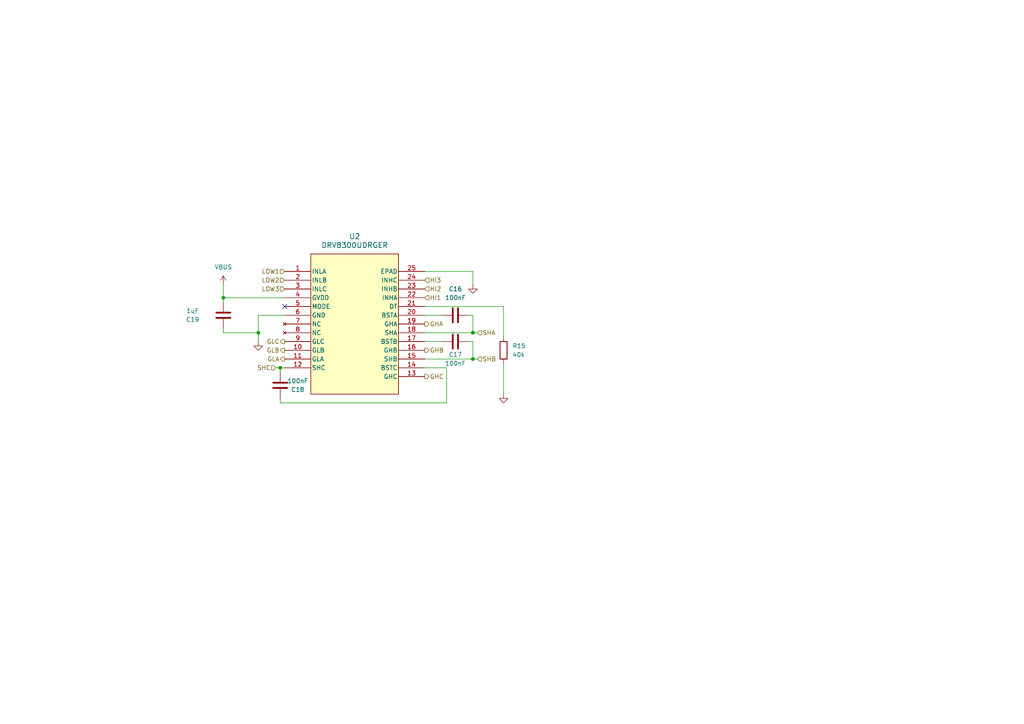
<source format=kicad_sch>
(kicad_sch (version 20230121) (generator eeschema)
  (paper "A4")
  (lib_symbols
    (symbol "Device:C" (pin_numbers hide) (pin_names (offset 0.254))
      (property "Reference" "C" (at 0.635 2.54 0))
      (property "Value" "C" (at 0.635 -2.54 0))
      (symbol "C_0_1"
        (polyline (pts (xy -2.032 -0.762) (xy 2.032 -0.762)) (stroke (width 0.508)))
        (polyline (pts (xy -2.032 0.762) (xy 2.032 0.762)) (stroke (width 0.508)))
      )
      (symbol "C_1_1"
        (pin passive line (at 0 3.81 270) (length 2.794) (name "~") (number "1"))
        (pin passive line (at 0 -3.81 90) (length 2.794) (name "~") (number "2"))
      )
    )
    (symbol "Device:R" (pin_numbers hide) (pin_names (offset 0))
      (property "Reference" "R" (at 2.032 0 90))
      (property "Value" "R" (at 0 0 90))
      (symbol "R_0_1"
        (rectangle (start -1.016 -2.54) (end 1.016 2.54) (stroke (width 0.254)))
      )
      (symbol "R_1_1"
        (pin passive line (at 0 3.81 270) (length 1.27) (name "~") (number "1"))
        (pin passive line (at 0 -3.81 90) (length 1.27) (name "~") (number "2"))
      )
    )
    (symbol "Driver_Motor:DRV8300UDRGER" (pin_names (offset 0.254))
      (property "Reference" "U" (at 20.32 10.16 0))
      (property "Value" "DRV8300UDRGER" (at 20.32 7.62 0))
      (symbol "DRV8300UDRGER_0_1"
        (polyline (pts (xy 7.62 -35.56) (xy 33.02 -35.56)) (stroke (width 0.127)))
        (polyline (pts (xy 7.62 5.08) (xy 7.62 -35.56)) (stroke (width 0.127)))
        (polyline (pts (xy 33.02 -35.56) (xy 33.02 5.08)) (stroke (width 0.127)))
        (polyline (pts (xy 33.02 5.08) (xy 7.62 5.08)) (stroke (width 0.127)))
        (pin input line (at 0 0 0) (length 7.62) (name "INLA") (number "1"))
        (pin output line (at 0 -22.86 0) (length 7.62) (name "GLB") (number "10"))
        (pin output line (at 0 -25.4 0) (length 7.62) (name "GLA") (number "11"))
        (pin input line (at 0 -27.94 0) (length 7.62) (name "SHC") (number "12"))
        (pin output line (at 40.64 -30.48 180) (length 7.62) (name "GHC") (number "13"))
        (pin output line (at 40.64 -27.94 180) (length 7.62) (name "BSTC") (number "14"))
        (pin input line (at 40.64 -25.4 180) (length 7.62) (name "SHB") (number "15"))
        (pin output line (at 40.64 -22.86 180) (length 7.62) (name "GHB") (number "16"))
        (pin output line (at 40.64 -20.32 180) (length 7.62) (name "BSTB") (number "17"))
        (pin input line (at 40.64 -17.78 180) (length 7.62) (name "SHA") (number "18"))
        (pin output line (at 40.64 -15.24 180) (length 7.62) (name "GHA") (number "19"))
        (pin input line (at 0 -2.54 0) (length 7.62) (name "INLB") (number "2"))
        (pin output line (at 40.64 -12.7 180) (length 7.62) (name "BSTA") (number "20"))
        (pin input line (at 40.64 -10.16 180) (length 7.62) (name "DT") (number "21"))
        (pin input line (at 40.64 -7.62 180) (length 7.62) (name "INHA") (number "22"))
        (pin input line (at 40.64 -5.08 180) (length 7.62) (name "INHB") (number "23"))
        (pin input line (at 40.64 -2.54 180) (length 7.62) (name "INHC") (number "24"))
        (pin unspecified line (at 40.64 0 180) (length 7.62) (name "EPAD") (number "25"))
        (pin input line (at 0 -5.08 0) (length 7.62) (name "INLC") (number "3"))
        (pin power_in line (at 0 -7.62 0) (length 7.62) (name "GVDD") (number "4"))
        (pin input line (at 0 -10.16 0) (length 7.62) (name "MODE") (number "5"))
        (pin power_out line (at 0 -12.7 0) (length 7.62) (name "GND") (number "6"))
        (pin no_connect line (at 0 -15.24 0) (length 7.62) (name "NC") (number "7"))
        (pin no_connect line (at 0 -17.78 0) (length 7.62) (name "NC") (number "8"))
        (pin output line (at 0 -20.32 0) (length 7.62) (name "GLC") (number "9"))
      )
      (symbol "DRV8300UDRGER_1_1"
        (rectangle (start 7.62 5.08) (end 33.02 -35.56) (fill (type background)))
      )
    )
    (symbol "power:GND" (power) (pin_names (offset 0))
      (property "Value" "GND" (at 0 -3.81 0))
      (symbol "GND_0_1"
        (polyline (pts (xy 0 0) (xy 0 -1.27) (xy 1.27 -1.27) (xy 0 -2.54) (xy -1.27 -1.27) (xy 0 -1.27)))
      )
      (symbol "GND_1_1"
        (pin power_in line (at 0 0 270) (length 0) hide (name "GND") (number "1"))
      )
    )
    (symbol "power:VBUS" (power) (pin_names (offset 0))
      (property "Value" "VBUS" (at 0 3.81 0))
      (symbol "VBUS_0_1"
        (polyline (pts (xy -0.762 1.27) (xy 0 2.54)))
        (polyline (pts (xy 0 0) (xy 0 2.54)))
        (polyline (pts (xy 0 2.54) (xy 0.762 1.27)))
      )
      (symbol "VBUS_1_1"
        (pin power_in line (at 0 0 90) (length 0) hide (name "VBUS") (number "1"))
      )
    )
  )
  (junction (at 74.93 96.52))
  (junction (at 81.28 106.68))
  (junction (at 64.77 86.36))
  (junction (at 137.16 96.52))
  (junction (at 137.16 104.14))
  (no_connect (at 82.55 88.9))
  (wire (pts (xy 146.05 88.9) (xy 146.05 97.79)))
  (wire (pts (xy 129.54 106.68) (xy 129.54 116.84)))
  (wire (pts (xy 81.28 106.68) (xy 82.55 106.68)))
  (wire (pts (xy 123.19 96.52) (xy 137.16 96.52)))
  (wire (pts (xy 64.77 96.52) (xy 64.77 95.25)))
  (wire (pts (xy 74.93 99.06) (xy 74.93 96.52)))
  (wire (pts (xy 80.01 106.68) (xy 81.28 106.68)))
  (wire (pts (xy 146.05 105.41) (xy 146.05 114.3)))
  (wire (pts (xy 123.19 91.44) (xy 128.27 91.44)))
  (wire (pts (xy 135.89 99.06) (xy 137.16 99.06)))
  (wire (pts (xy 123.19 99.06) (xy 128.27 99.06)))
  (wire (pts (xy 137.16 78.74) (xy 123.19 78.74)))
  (wire (pts (xy 74.93 91.44) (xy 74.93 96.52)))
  (wire (pts (xy 81.28 116.84) (xy 129.54 116.84)))
  (wire (pts (xy 137.16 99.06) (xy 137.16 104.14)))
  (wire (pts (xy 137.16 91.44) (xy 135.89 91.44)))
  (wire (pts (xy 137.16 82.55) (xy 137.16 78.74)))
  (wire (pts (xy 74.93 91.44) (xy 82.55 91.44)))
  (wire (pts (xy 138.43 104.14) (xy 137.16 104.14)))
  (wire (pts (xy 64.77 96.52) (xy 74.93 96.52)))
  (wire (pts (xy 137.16 91.44) (xy 137.16 96.52)))
  (wire (pts (xy 64.77 86.36) (xy 82.55 86.36)))
  (wire (pts (xy 123.19 106.68) (xy 129.54 106.68)))
  (wire (pts (xy 138.43 96.52) (xy 137.16 96.52)))
  (wire (pts (xy 137.16 104.14) (xy 123.19 104.14)))
  (wire (pts (xy 64.77 82.55) (xy 64.77 86.36)))
  (wire (pts (xy 81.28 116.84) (xy 81.28 115.57)))
  (wire (pts (xy 123.19 88.9) (xy 146.05 88.9)))
  (wire (pts (xy 64.77 86.36) (xy 64.77 87.63)))
  (wire (pts (xy 81.28 106.68) (xy 81.28 107.95)))
  (hierarchical_label "HI3" (shape input) (at 123.19 81.28 0))
  (hierarchical_label "GHC" (shape output) (at 123.19 109.22 0))
  (hierarchical_label "GLC" (shape output) (at 82.55 99.06 180))
  (hierarchical_label "HI1" (shape input) (at 123.19 86.36 0))
  (hierarchical_label "GLA" (shape output) (at 82.55 104.14 180))
  (hierarchical_label "SHC" (shape input) (at 80.01 106.68 180))
  (hierarchical_label "HI2" (shape input) (at 123.19 83.82 0))
  (hierarchical_label "LOW3" (shape input) (at 82.55 83.82 180))
  (hierarchical_label "LOW2" (shape input) (at 82.55 81.28 180))
  (hierarchical_label "GHA" (shape output) (at 123.19 93.98 0))
  (hierarchical_label "GHB" (shape output) (at 123.19 101.6 0))
  (hierarchical_label "SHA" (shape input) (at 138.43 96.52 0))
  (hierarchical_label "GLB" (shape output) (at 82.55 101.6 180))
  (hierarchical_label "SHB" (shape input) (at 138.43 104.14 0))
  (hierarchical_label "LOW1" (shape input) (at 82.55 78.74 180))
  (symbol (lib_id "Device:R") (at 146.05 101.6 0) (unit 1)
    (property "Reference" "R15" (at 148.59 100.33 0) (effects (justify left)))
    (property "Value" "40k" (at 148.59 102.87 0) (effects (justify left)))
  )
  (symbol (lib_id "Device:C") (at 132.08 99.06 90) (unit 1)
    (property "Reference" "C17" (at 132.08 102.87 90))
    (property "Value" "100nF" (at 132.08 105.41 90))
  )
  (symbol (lib_id "power:GND") (at 74.93 99.06 0) (unit 1)
    (property "Reference" "#PWR07" (effects hide))
    (property "Value" "GND" (effects hide))
    (instances (project "BLDC_ESC" (path "" (reference "#PWR07") (unit 1)) (path "" (reference "#PWR018") (unit 1))))
  )
  (symbol (lib_id "Device:C") (at 132.08 91.44 90) (unit 1)
    (property "Reference" "C16" (at 132.08 83.82 90))
    (property "Value" "100nF" (at 132.08 86.36 90))
  )
  (symbol (lib_id "power:GND") (at 146.05 114.3 0) (unit 1)
    (property "Reference" "#PWR07" (effects hide))
    (property "Value" "GND" (effects hide))
    (instances (project "BLDC_ESC" (path "" (reference "#PWR07") (unit 1)) (path "" (reference "#PWR023") (unit 1))))
  )
  (symbol (lib_id "power:GND") (at 137.16 82.55 0) (unit 1)
    (property "Reference" "#PWR07" (effects hide))
    (property "Value" "GND" (effects hide))
    (instances (project "BLDC_ESC" (path "" (reference "#PWR07") (unit 1)) (path "" (reference "#PWR024") (unit 1))))
  )
  (symbol (lib_id "Device:C") (at 81.28 111.76 180) (unit 1)
    (property "Reference" "C18" (at 86.36 113.03 0))
    (property "Value" "100nF" (at 86.36 110.49 0))
  )
  (symbol (lib_id "power:VBUS") (at 64.77 82.55 0) (unit 1)
    (property "Reference" "#PWR0125" (effects hide))
    (property "Value" "VBUS" (at 64.77 77.47 0))
    (instances (project "power" (path "" (reference "#PWR0125") (unit 1))) (project "Power" (path "" (reference "#PWR03") (unit 1))) (project "actuation" (path "" (reference "#PWR0125") (unit 1))) (project "Flight_Board" (path "" (reference "#PWR0125") (unit 1))) (project "BLDC_ESC" (path "" (reference "#PWR034") (unit 1)) (path "" (reference "#PWR06") (unit 1))))
  )
  (symbol (lib_id "Driver_Motor:DRV8300UDRGER") (at 82.55 78.74 0) (unit 1)
    (property "Reference" "U2" (at 102.87 68.58 0) (effects (font (size 1.524 1.524))))
    (property "Value" "DRV8300UDRGER" (at 102.87 71.12 0) (effects (font (size 1.524 1.524))))
    (property "Footprint" "WQFN_0DRGER_TEX" (effects hide))
    (property "Datasheet" "DRV8300UDRGER" (effects hide))
  )
  (symbol (lib_id "Device:C") (at 64.77 91.44 180) (unit 1)
    (property "Reference" "C19" (at 55.88 92.71 0))
    (property "Value" "1uF" (at 55.88 90.17 0))
  )
)
</source>
